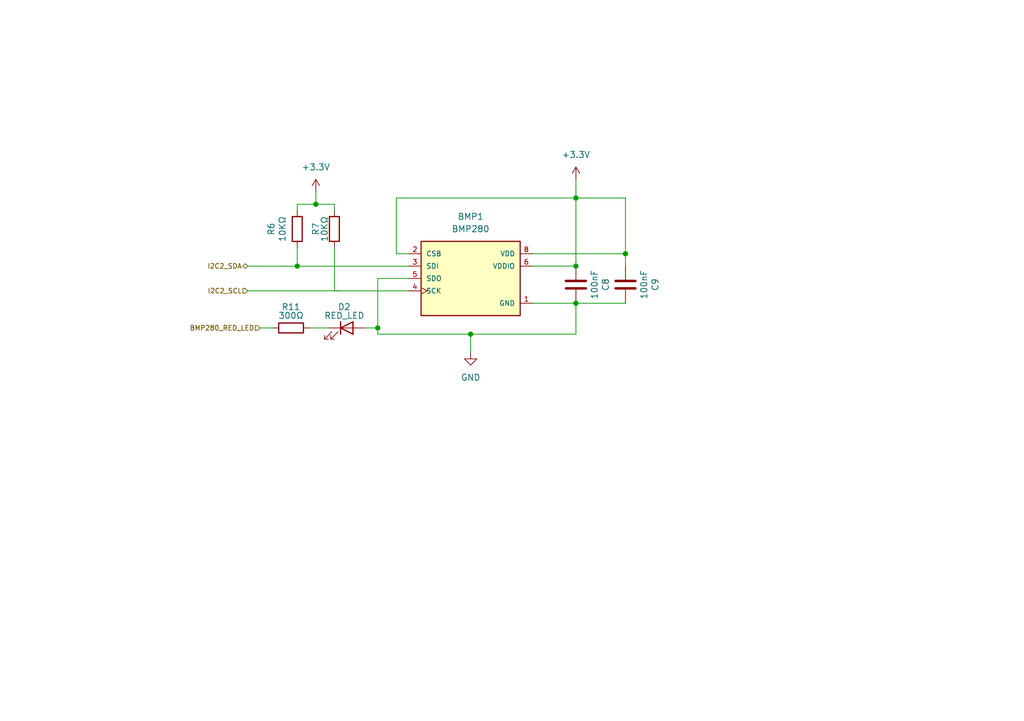
<source format=kicad_sch>
(kicad_sch (version 20250114) (generator "eeschema") (generator_version "9.0")
  (paper "A5")
  (title_block (title "BMP280") (date "2026-01-20"))
  (lib_symbols
    (symbol "Device:C" (pin_numbers (hide yes)) (pin_names (offset 0.254))
      (property "Reference" "C" (at 0.635 2.54 0))
      (property "Value" "C" (at 0.635 -2.54 0))
      (symbol "C_0_1"
        (polyline (pts (xy -2.032 0.762) (xy 2.032 0.762)) (stroke (width 0.508)))
        (polyline (pts (xy -2.032 -0.762) (xy 2.032 -0.762)) (stroke (width 0.508)))
      )
      (symbol "C_1_1"
        (pin passive line (at 0 3.81 270) (length 2.794) (name "~") (number "1"))
        (pin passive line (at 0 -3.81 90) (length 2.794) (name "~") (number "2"))
      )
    )
    (symbol "Device:LED" (pin_numbers (hide yes)) (pin_names (offset 1.016) (hide yes))
      (property "Reference" "D" (at 0 2.54 0))
      (property "Value" "LED" (at 0 -2.54 0))
      (symbol "LED_0_1"
        (polyline (pts (xy -3.048 -0.762) (xy -4.572 -2.286) (xy -3.81 -2.286) (xy -4.572 -2.286) (xy -4.572 -1.524)))
        (polyline (pts (xy -1.778 -0.762) (xy -3.302 -2.286) (xy -2.54 -2.286) (xy -3.302 -2.286) (xy -3.302 -1.524)))
        (polyline (pts (xy -1.27 0) (xy 1.27 0)))
        (polyline (pts (xy -1.27 -1.27) (xy -1.27 1.27)) (stroke (width 0.254)))
        (polyline (pts (xy 1.27 -1.27) (xy 1.27 1.27) (xy -1.27 0) (xy 1.27 -1.27)) (stroke (width 0.254)))
      )
      (symbol "LED_1_1"
        (pin passive line (at -3.81 0 0) (length 2.54) (name "K") (number "1"))
        (pin passive line (at 3.81 0 180) (length 2.54) (name "A") (number "2"))
      )
    )
    (symbol "Device:R" (pin_numbers (hide yes)) (pin_names (offset 0))
      (property "Reference" "R" (at 2.032 0 90))
      (property "Value" "R" (at 0 0 90))
      (symbol "R_0_1"
        (rectangle (start -1.016 -2.54) (end 1.016 2.54) (stroke (width 0.254)))
      )
      (symbol "R_1_1"
        (pin passive line (at 0 3.81 270) (length 1.27) (name "~") (number "1"))
        (pin passive line (at 0 -3.81 90) (length 1.27) (name "~") (number "2"))
      )
    )
    (symbol "MODULES:BMP280" (pin_names (offset 1.016))
      (property "Reference" "BMP280" (at -10.1796 7.6347 0))
      (property "Value" "BMP280" (at -10.1693 -10.1693 0))
      (symbol "BMP280_0_0"
        (rectangle (start -10.16 -7.62) (end 10.16 7.62) (stroke (width 0.254)) (fill (type background)))
        (pin input line (at -12.7 5.08 0) (length 2.54) (name "CSB") (number "2"))
        (pin bidirectional line (at -12.7 2.54 0) (length 2.54) (name "SDI") (number "3"))
        (pin bidirectional line (at -12.7 0 0) (length 2.54) (name "SDO") (number "5"))
        (pin input clock (at -12.7 -2.54 0) (length 2.54) (name "SCK") (number "4"))
        (pin power_in line (at 12.7 5.08 180) (length 2.54) (name "VDD") (number "8"))
        (pin power_in line (at 12.7 2.54 180) (length 2.54) (name "VDDIO") (number "6"))
        (pin power_in line (at 12.7 -5.08 180) (length 2.54) (name "GND") (number "1"))
        (pin power_in line (at 12.7 -5.08 180) (length 2.54) (hide yes) (name "GND") (number "7"))
      )
    )
    (symbol "power:+3.3V" (power) (pin_numbers (hide yes)) (pin_names (offset 0) (hide yes))
      (property "Value" "+3.3V" (at 0 3.556 0))
      (symbol "+3.3V_0_1"
        (polyline (pts (xy -0.762 1.27) (xy 0 2.54)))
        (polyline (pts (xy 0 2.54) (xy 0.762 1.27)))
        (polyline (pts (xy 0 0) (xy 0 2.54)))
      )
      (symbol "+3.3V_1_1"
        (pin power_in line (at 0 0 90) (length 0) (name "~") (number "1"))
      )
    )
    (symbol "power:GND" (power) (pin_numbers (hide yes)) (pin_names (offset 0) (hide yes))
      (property "Value" "GND" (at 0 -3.81 0))
      (symbol "GND_0_1"
        (polyline (pts (xy 0 0) (xy 0 -1.27) (xy 1.27 -1.27) (xy 0 -2.54) (xy -1.27 -1.27) (xy 0 -1.27)))
      )
      (symbol "GND_1_1"
        (pin power_in line (at 0 0 270) (length 0) (name "~") (number "1"))
      )
    )
  )
  (junction (at 64.77 41.922))
  (junction (at 60.96 54.622))
  (junction (at 118.11 54.61))
  (junction (at 77.47 67.31))
  (junction (at 118.11 40.64))
  (junction (at 118.11 62.23))
  (junction (at 96.52 68.58))
  (junction (at 128.27 52.07))
  (wire (pts (xy 83.82 57.15) (xy 77.47 57.15)))
  (wire (pts (xy 118.11 62.23) (xy 118.11 68.58)))
  (wire (pts (xy 52.07 54.61) (xy 60.96 54.622)))
  (wire (pts (xy 64.77 39.382) (xy 64.77 41.922)))
  (wire (pts (xy 53.34 67.31) (xy 55.88 67.31)))
  (wire (pts (xy 77.47 57.15) (xy 77.47 67.31)))
  (wire (pts (xy 68.58 59.702) (xy 83.82 59.702)))
  (wire (pts (xy 60.96 50.812) (xy 60.96 54.622)))
  (wire (pts (xy 77.47 68.58) (xy 96.52 68.58)))
  (wire (pts (xy 68.58 41.922) (xy 68.58 43.18)))
  (wire (pts (xy 74.93 67.31) (xy 77.47 67.31)))
  (wire (pts (xy 83.82 59.702) (xy 83.82 59.69)))
  (wire (pts (xy 50.8 54.61) (xy 52.07 54.61)))
  (wire (pts (xy 64.77 41.922) (xy 68.58 41.922)))
  (wire (pts (xy 81.28 40.64) (xy 118.11 40.64)))
  (wire (pts (xy 83.82 52.07) (xy 81.28 52.07)))
  (wire (pts (xy 60.96 41.922) (xy 64.77 41.922)))
  (wire (pts (xy 60.96 54.622) (xy 83.82 54.622)))
  (wire (pts (xy 109.22 52.07) (xy 128.27 52.07)))
  (wire (pts (xy 60.96 41.922) (xy 60.96 43.192)))
  (wire (pts (xy 118.11 62.23) (xy 128.27 62.23)))
  (wire (pts (xy 96.52 68.58) (xy 96.52 72.39)))
  (wire (pts (xy 67.31 67.31) (xy 63.5 67.31)))
  (wire (pts (xy 128.27 52.07) (xy 128.27 54.61)))
  (wire (pts (xy 118.11 40.64) (xy 128.27 40.64)))
  (wire (pts (xy 109.22 62.23) (xy 118.11 62.23)))
  (wire (pts (xy 109.22 54.61) (xy 118.11 54.61)))
  (wire (pts (xy 118.11 68.58) (xy 96.52 68.58)))
  (wire (pts (xy 77.47 67.31) (xy 77.47 68.58)))
  (wire (pts (xy 118.11 36.83) (xy 118.11 40.64)))
  (wire (pts (xy 83.82 54.622) (xy 83.82 54.61)))
  (wire (pts (xy 81.28 52.07) (xy 81.28 40.64)))
  (wire (pts (xy 50.8 59.69) (xy 69.85 59.702)))
  (wire (pts (xy 68.58 50.8) (xy 68.58 59.702)))
  (wire (pts (xy 128.27 40.64) (xy 128.27 52.07)))
  (wire (pts (xy 118.11 40.64) (xy 118.11 54.61)))
  (hierarchical_label "BMP280_RED_LED" (shape input) (at 53.34 67.31 180) (effects (font (size 1 1))))
  (hierarchical_label "I2C2_SDA" (shape bidirectional) (at 50.8 54.61 180) (effects (font (size 1 1))))
  (hierarchical_label "I2C2_SCL" (shape input) (at 50.8 59.69 180) (effects (font (size 1 1))))
  (symbol (lib_id "Device:C") (at 128.27 58.42 0) (mirror y) (unit 1)
    (property "Reference" "C9" (at 134.366 58.42 90))
    (property "Value" "100nF" (at 132.08 58.42 90))
    (property "Description" "Unpolarized capacitor" (effects (hide yes)))
  )
  (symbol (lib_id "power:+3.3V") (at 64.77 39.382 0) (unit 1)
    (property "Reference" "#PWR019" (effects (hide yes)))
    (property "Value" "+3.3V" (at 64.77 34.302 0))
    (property "Description" "Power symbol creates a global label with name \"+3.3V\"" (effects (hide yes)))
  )
  (symbol (lib_id "Device:LED") (at 71.12 67.31 0) (unit 1)
    (property "Reference" "D2" (at 70.612 62.992 0))
    (property "Value" "RED_LED" (at 70.612 64.77 0))
    (property "Description" "Light emitting diode" (effects (hide yes)))
    (property "Sim.Pins" "1=K 2=A" (effects (hide yes)))
  )
  (symbol (lib_id "Device:R") (at 59.69 67.31 90) (mirror x) (unit 1)
    (property "Reference" "R11" (at 59.69 62.992 90))
    (property "Value" "300Ω" (at 59.69 64.77 90))
    (property "Description" "Resistor" (effects (hide yes)))
  )
  (symbol (lib_id "power:GND") (at 96.52 72.39 0) (unit 1)
    (property "Reference" "#PWR017" (effects (hide yes)))
    (property "Value" "GND" (at 96.52 77.47 0))
    (property "Description" "Power symbol creates a global label with name \"GND\" , ground" (effects (hide yes)))
  )
  (symbol (lib_id "power:+3.3V") (at 118.11 36.83 0) (unit 1)
    (property "Reference" "#PWR018" (effects (hide yes)))
    (property "Value" "+3.3V" (at 118.11 31.75 0))
    (property "Description" "Power symbol creates a global label with name \"+3.3V\"" (effects (hide yes)))
  )
  (symbol (lib_id "Device:R") (at 68.58 46.99 180) (unit 1)
    (property "Reference" "R7" (at 64.77 47.002 90))
    (property "Value" "10KΩ" (at 66.548 47.002 90))
    (property "Description" "Resistor" (effects (hide yes)))
  )
  (symbol (lib_id "MODULES:BMP280") (at 96.52 57.15 0) (unit 1)
    (property "Reference" "BMP1" (at 96.52 44.45 0))
    (property "Value" "BMP280" (at 96.52 46.99 0))
    (property "Footprint" "BMP280:XDCR_BMP280" (effects (hide yes)))
    (property "MF" "Bosch" (effects (hide yes)))
    (property "Description_1" "Pressure Sensor 4.35PSI ~ 15.95PSI (30kPa ~ 110kPa) Absolute - 16b 8-SMD" (effects (hide yes)))
    (property "Package" "SMD-8 Bosch Sensortec" (effects (hide yes)))
    (property "Price" "None" (effects (hide yes)))
    (property "Check_prices" "https://www.snapeda.com/parts/BMP280/Bosch/view-part/?ref=eda" (effects (hide yes)))
    (property "PART_REV" "1.19" (effects (hide yes)))
    (property "STANDARD" "MANUFACTURER RECOMMENDATIONS" (effects (hide yes)))
    (property "SnapEDA_Link" "https://www.snapeda.com/parts/BMP280/Bosch/view-part/?ref=snap" (effects (hide yes)))
    (property "MP" "BMP280" (effects (hide yes)))
    (property "Availability" "In Stock" (effects (hide yes)))
    (property "MANUFACTURER" "Bosch" (effects (hide yes)))
  )
  (symbol (lib_id "Device:C") (at 118.11 58.42 0) (mirror y) (unit 1)
    (property "Reference" "C8" (at 124.206 58.42 90))
    (property "Value" "100nF" (at 121.92 58.42 90))
    (property "Description" "Unpolarized capacitor" (effects (hide yes)))
  )
  (symbol (lib_id "Device:R") (at 60.96 47.002 180) (unit 1)
    (property "Reference" "R6" (at 55.626 47.002 90))
    (property "Value" "10KΩ" (at 57.912 47.002 90))
    (property "Description" "Resistor" (effects (hide yes)))
  )
)
</source>
